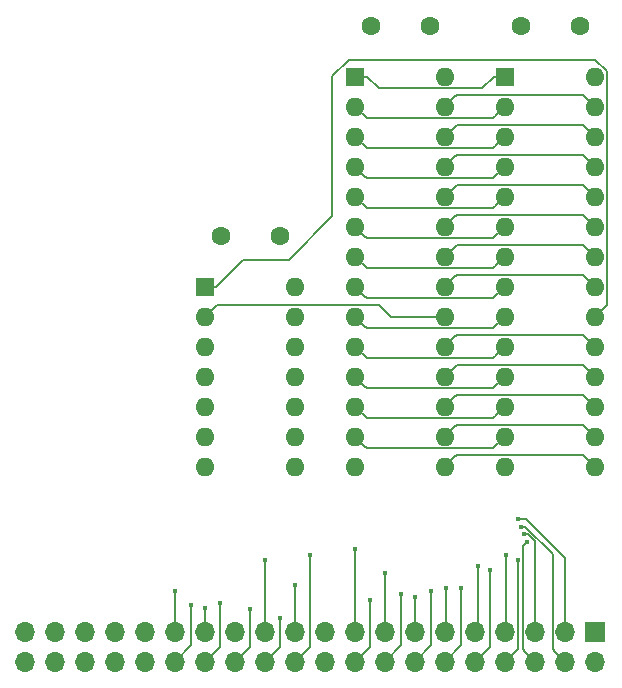
<source format=gbr>
G04 #@! TF.GenerationSoftware,KiCad,Pcbnew,(5.1.0-0)*
G04 #@! TF.CreationDate,2019-10-09T20:03:15-07:00*
G04 #@! TF.ProjectId,RAMCard,52414d43-6172-4642-9e6b-696361645f70,rev?*
G04 #@! TF.SameCoordinates,Original*
G04 #@! TF.FileFunction,Copper,L1,Top*
G04 #@! TF.FilePolarity,Positive*
%FSLAX46Y46*%
G04 Gerber Fmt 4.6, Leading zero omitted, Abs format (unit mm)*
G04 Created by KiCad (PCBNEW (5.1.0-0)) date 2019-10-09 20:03:15*
%MOMM*%
%LPD*%
G04 APERTURE LIST*
%ADD10O,1.700000X1.700000*%
%ADD11R,1.700000X1.700000*%
%ADD12C,1.600000*%
%ADD13O,1.600000X1.600000*%
%ADD14R,1.600000X1.600000*%
%ADD15C,0.450000*%
%ADD16C,0.127000*%
G04 APERTURE END LIST*
D10*
X101600000Y-110490000D03*
X101600000Y-107950000D03*
X104140000Y-110490000D03*
X104140000Y-107950000D03*
X106680000Y-110490000D03*
X106680000Y-107950000D03*
X109220000Y-110490000D03*
X109220000Y-107950000D03*
X111760000Y-110490000D03*
X111760000Y-107950000D03*
X114300000Y-110490000D03*
X114300000Y-107950000D03*
X116840000Y-110490000D03*
X116840000Y-107950000D03*
X119380000Y-110490000D03*
X119380000Y-107950000D03*
X121920000Y-110490000D03*
X121920000Y-107950000D03*
X124460000Y-110490000D03*
X124460000Y-107950000D03*
X127000000Y-110490000D03*
X127000000Y-107950000D03*
X129540000Y-110490000D03*
X129540000Y-107950000D03*
X132080000Y-110490000D03*
X132080000Y-107950000D03*
X134620000Y-110490000D03*
X134620000Y-107950000D03*
X137160000Y-110490000D03*
X137160000Y-107950000D03*
X139700000Y-110490000D03*
X139700000Y-107950000D03*
X142240000Y-110490000D03*
X142240000Y-107950000D03*
X144780000Y-110490000D03*
X144780000Y-107950000D03*
X147320000Y-110490000D03*
X147320000Y-107950000D03*
X149860000Y-110490000D03*
D11*
X149860000Y-107950000D03*
D12*
X118190000Y-74422000D03*
X123190000Y-74422000D03*
D13*
X149860000Y-60960000D03*
X142240000Y-93980000D03*
X149860000Y-63500000D03*
X142240000Y-91440000D03*
X149860000Y-66040000D03*
X142240000Y-88900000D03*
X149860000Y-68580000D03*
X142240000Y-86360000D03*
X149860000Y-71120000D03*
X142240000Y-83820000D03*
X149860000Y-73660000D03*
X142240000Y-81280000D03*
X149860000Y-76200000D03*
X142240000Y-78740000D03*
X149860000Y-78740000D03*
X142240000Y-76200000D03*
X149860000Y-81280000D03*
X142240000Y-73660000D03*
X149860000Y-83820000D03*
X142240000Y-71120000D03*
X149860000Y-86360000D03*
X142240000Y-68580000D03*
X149860000Y-88900000D03*
X142240000Y-66040000D03*
X149860000Y-91440000D03*
X142240000Y-63500000D03*
X149860000Y-93980000D03*
D14*
X142240000Y-60960000D03*
X116840000Y-78740000D03*
D13*
X124460000Y-93980000D03*
X116840000Y-81280000D03*
X124460000Y-91440000D03*
X116840000Y-83820000D03*
X124460000Y-88900000D03*
X116840000Y-86360000D03*
X124460000Y-86360000D03*
X116840000Y-88900000D03*
X124460000Y-83820000D03*
X116840000Y-91440000D03*
X124460000Y-81280000D03*
X116840000Y-93980000D03*
X124460000Y-78740000D03*
X137160000Y-60960000D03*
X129540000Y-93980000D03*
X137160000Y-63500000D03*
X129540000Y-91440000D03*
X137160000Y-66040000D03*
X129540000Y-88900000D03*
X137160000Y-68580000D03*
X129540000Y-86360000D03*
X137160000Y-71120000D03*
X129540000Y-83820000D03*
X137160000Y-73660000D03*
X129540000Y-81280000D03*
X137160000Y-76200000D03*
X129540000Y-78740000D03*
X137160000Y-78740000D03*
X129540000Y-76200000D03*
X137160000Y-81280000D03*
X129540000Y-73660000D03*
X137160000Y-83820000D03*
X129540000Y-71120000D03*
X137160000Y-86360000D03*
X129540000Y-68580000D03*
X137160000Y-88900000D03*
X129540000Y-66040000D03*
X137160000Y-91440000D03*
X129540000Y-63500000D03*
X137160000Y-93980000D03*
D14*
X129540000Y-60960000D03*
D12*
X130890000Y-56642000D03*
X135890000Y-56642000D03*
X143590000Y-56642000D03*
X148590000Y-56642000D03*
D15*
X115697000Y-105664000D03*
X114300000Y-104521000D03*
X118110000Y-105502500D03*
X116840000Y-105918000D03*
X120650000Y-106010500D03*
X123190000Y-106841510D03*
X121920000Y-101854000D03*
X125730000Y-101438490D03*
X124460000Y-104013000D03*
X130810000Y-105248470D03*
X129540000Y-100965000D03*
X133477000Y-104740450D03*
X132049898Y-103031521D03*
X136017000Y-104486440D03*
X134620000Y-104994449D03*
X138557000Y-104232430D03*
X137287000Y-104232430D03*
X140970000Y-102777510D03*
X139954000Y-102362000D03*
X143323989Y-101888510D03*
X142367000Y-101473000D03*
X144145000Y-100330000D03*
X143891000Y-99695000D03*
X143637000Y-99060000D03*
X143383000Y-98425000D03*
D16*
X149060001Y-75400001D02*
X149860000Y-76200000D01*
X148869499Y-75209499D02*
X149060001Y-75400001D01*
X138150501Y-75209499D02*
X148869499Y-75209499D01*
X137160000Y-76200000D02*
X138150501Y-75209499D01*
X115697000Y-109093000D02*
X114300000Y-110490000D01*
X115697000Y-105664000D02*
X115697000Y-109093000D01*
X137959999Y-62700001D02*
X137160000Y-63500000D01*
X138150501Y-62509499D02*
X137959999Y-62700001D01*
X148869499Y-62509499D02*
X138150501Y-62509499D01*
X149860000Y-63500000D02*
X148869499Y-62509499D01*
X114300000Y-104521000D02*
X114300000Y-107950000D01*
X137959999Y-83020001D02*
X137160000Y-83820000D01*
X138150501Y-82829499D02*
X137959999Y-83020001D01*
X148869499Y-82829499D02*
X138150501Y-82829499D01*
X149860000Y-83820000D02*
X148869499Y-82829499D01*
X118110000Y-105502500D02*
X118110000Y-109220000D01*
X118110000Y-109220000D02*
X116840000Y-110490000D01*
X148869499Y-85369499D02*
X149060001Y-85560001D01*
X138150501Y-85369499D02*
X148869499Y-85369499D01*
X149060001Y-85560001D02*
X149860000Y-86360000D01*
X137160000Y-86360000D02*
X138150501Y-85369499D01*
X116840000Y-105918000D02*
X116840000Y-107950000D01*
X137959999Y-88100001D02*
X137160000Y-88900000D01*
X148869499Y-87909499D02*
X138150501Y-87909499D01*
X138150501Y-87909499D02*
X137959999Y-88100001D01*
X149860000Y-88900000D02*
X148869499Y-87909499D01*
X120650000Y-109220000D02*
X119380000Y-110490000D01*
X120650000Y-106010500D02*
X120650000Y-109220000D01*
X137959999Y-90640001D02*
X137160000Y-91440000D01*
X148869499Y-90449499D02*
X138150501Y-90449499D01*
X138150501Y-90449499D02*
X137959999Y-90640001D01*
X149860000Y-91440000D02*
X148869499Y-90449499D01*
X137959999Y-93180001D02*
X137160000Y-93980000D01*
X138150501Y-92989499D02*
X137959999Y-93180001D01*
X148869499Y-92989499D02*
X138150501Y-92989499D01*
X149860000Y-93980000D02*
X148869499Y-92989499D01*
X123190000Y-107159708D02*
X123190000Y-106841510D01*
X121920000Y-110490000D02*
X123190000Y-109220000D01*
X123190000Y-109220000D02*
X123190000Y-107159708D01*
X130339999Y-92239999D02*
X129540000Y-91440000D01*
X130530501Y-92430501D02*
X130339999Y-92239999D01*
X141249499Y-92430501D02*
X130530501Y-92430501D01*
X142240000Y-91440000D02*
X141249499Y-92430501D01*
X121920000Y-101854000D02*
X121920000Y-107950000D01*
X141440001Y-89699999D02*
X142240000Y-88900000D01*
X141249499Y-89890501D02*
X141440001Y-89699999D01*
X130530501Y-89890501D02*
X141249499Y-89890501D01*
X129540000Y-88900000D02*
X130530501Y-89890501D01*
X125730000Y-109220000D02*
X125730000Y-101756688D01*
X124460000Y-110490000D02*
X125730000Y-109220000D01*
X125730000Y-101756688D02*
X125730000Y-101438490D01*
X130339999Y-87159999D02*
X129540000Y-86360000D01*
X141249499Y-87350501D02*
X130530501Y-87350501D01*
X130530501Y-87350501D02*
X130339999Y-87159999D01*
X142240000Y-86360000D02*
X141249499Y-87350501D01*
X124460000Y-104013000D02*
X124460000Y-107950000D01*
X130810000Y-109220000D02*
X129540000Y-110490000D01*
X130810000Y-105248470D02*
X130810000Y-109220000D01*
X120053000Y-76454000D02*
X117767000Y-78740000D01*
X127635000Y-72771000D02*
X123952000Y-76454000D01*
X117767000Y-78740000D02*
X116840000Y-78740000D01*
X127635000Y-60922098D02*
X127635000Y-72771000D01*
X129028569Y-59528529D02*
X127635000Y-60922098D01*
X149894471Y-59528529D02*
X129028569Y-59528529D01*
X150876000Y-60510058D02*
X149894471Y-59528529D01*
X123952000Y-76454000D02*
X120053000Y-76454000D01*
X150876000Y-80264000D02*
X150876000Y-60510058D01*
X149860000Y-81280000D02*
X150876000Y-80264000D01*
X140322499Y-61950501D02*
X141313000Y-60960000D01*
X141313000Y-60960000D02*
X142240000Y-60960000D01*
X130556000Y-60960000D02*
X129540000Y-60960000D01*
X131546501Y-61950501D02*
X130556000Y-60960000D01*
X131546501Y-61950501D02*
X140322499Y-61950501D01*
X129540000Y-107950000D02*
X129540000Y-100965000D01*
X148869499Y-65049499D02*
X149060001Y-65240001D01*
X138150501Y-65049499D02*
X148869499Y-65049499D01*
X149060001Y-65240001D02*
X149860000Y-66040000D01*
X137160000Y-66040000D02*
X138150501Y-65049499D01*
X133477000Y-109093000D02*
X132080000Y-110490000D01*
X133477000Y-104740450D02*
X133477000Y-109093000D01*
X141440001Y-64299999D02*
X142240000Y-63500000D01*
X141249499Y-64490501D02*
X141440001Y-64299999D01*
X130530501Y-64490501D02*
X141249499Y-64490501D01*
X129540000Y-63500000D02*
X130530501Y-64490501D01*
X132080000Y-103061623D02*
X132049898Y-103031521D01*
X132080000Y-107950000D02*
X132080000Y-103061623D01*
X137959999Y-72860001D02*
X137160000Y-73660000D01*
X138150501Y-72669499D02*
X137959999Y-72860001D01*
X148869499Y-72669499D02*
X138150501Y-72669499D01*
X149860000Y-73660000D02*
X148869499Y-72669499D01*
X136017000Y-109093000D02*
X134620000Y-110490000D01*
X136017000Y-104486440D02*
X136017000Y-109093000D01*
X137959999Y-77940001D02*
X137160000Y-78740000D01*
X138150501Y-77749499D02*
X137959999Y-77940001D01*
X148869499Y-77749499D02*
X138150501Y-77749499D01*
X149860000Y-78740000D02*
X148869499Y-77749499D01*
X134620000Y-107950000D02*
X134620000Y-104994449D01*
X138150501Y-70129499D02*
X148869499Y-70129499D01*
X149060001Y-70320001D02*
X149860000Y-71120000D01*
X148869499Y-70129499D02*
X149060001Y-70320001D01*
X137160000Y-71120000D02*
X138150501Y-70129499D01*
X138557000Y-109093000D02*
X137160000Y-110490000D01*
X138557000Y-104232430D02*
X138557000Y-109093000D01*
X137959999Y-67780001D02*
X137160000Y-68580000D01*
X138150501Y-67589499D02*
X137959999Y-67780001D01*
X148869499Y-67589499D02*
X138150501Y-67589499D01*
X149860000Y-68580000D02*
X148869499Y-67589499D01*
X137287000Y-107823000D02*
X137160000Y-107950000D01*
X137287000Y-104232430D02*
X137287000Y-107823000D01*
X141440001Y-66839999D02*
X142240000Y-66040000D01*
X141249499Y-67030501D02*
X141440001Y-66839999D01*
X130530501Y-67030501D02*
X141249499Y-67030501D01*
X129540000Y-66040000D02*
X130530501Y-67030501D01*
X139700000Y-110490000D02*
X140970000Y-109220000D01*
X140970000Y-109220000D02*
X140970000Y-103095708D01*
X140970000Y-103095708D02*
X140970000Y-102777510D01*
X130530501Y-69570501D02*
X130339999Y-69379999D01*
X130339999Y-69379999D02*
X129540000Y-68580000D01*
X141249499Y-69570501D02*
X130530501Y-69570501D01*
X142240000Y-68580000D02*
X141249499Y-69570501D01*
X139954000Y-107696000D02*
X139700000Y-107950000D01*
X139954000Y-102362000D02*
X139954000Y-107696000D01*
X141440001Y-71919999D02*
X142240000Y-71120000D01*
X141249499Y-72110501D02*
X141440001Y-71919999D01*
X130530501Y-72110501D02*
X141249499Y-72110501D01*
X129540000Y-71120000D02*
X130530501Y-72110501D01*
X143323989Y-102206708D02*
X143323989Y-101888510D01*
X142240000Y-110490000D02*
X143323989Y-109406011D01*
X143323989Y-109406011D02*
X143323989Y-102206708D01*
X130530501Y-74650501D02*
X130339999Y-74459999D01*
X130339999Y-74459999D02*
X129540000Y-73660000D01*
X141249499Y-74650501D02*
X130530501Y-74650501D01*
X142240000Y-73660000D02*
X141249499Y-74650501D01*
X142367000Y-107823000D02*
X142240000Y-107950000D01*
X142367000Y-101473000D02*
X142367000Y-107823000D01*
X141249499Y-77190501D02*
X141440001Y-76999999D01*
X141440001Y-76999999D02*
X142240000Y-76200000D01*
X130530501Y-77190501D02*
X141249499Y-77190501D01*
X129540000Y-76200000D02*
X130530501Y-77190501D01*
X143739499Y-100735501D02*
X143739499Y-109449499D01*
X144145000Y-100330000D02*
X143739499Y-100735501D01*
X143739499Y-109449499D02*
X143930001Y-109640001D01*
X143930001Y-109640001D02*
X144780000Y-110490000D01*
X130339999Y-79539999D02*
X129540000Y-78740000D01*
X130530501Y-79730501D02*
X130339999Y-79539999D01*
X141249499Y-79730501D02*
X130530501Y-79730501D01*
X142240000Y-78740000D02*
X141249499Y-79730501D01*
X144780000Y-100265802D02*
X144780000Y-106747919D01*
X144209198Y-99695000D02*
X144780000Y-100265802D01*
X144780000Y-106747919D02*
X144780000Y-107950000D01*
X143891000Y-99695000D02*
X144209198Y-99695000D01*
X130339999Y-82079999D02*
X129540000Y-81280000D01*
X130530501Y-82270501D02*
X130339999Y-82079999D01*
X141249499Y-82270501D02*
X130530501Y-82270501D01*
X142240000Y-81280000D02*
X141249499Y-82270501D01*
X146470001Y-109640001D02*
X147320000Y-110490000D01*
X146279499Y-109449499D02*
X146470001Y-109640001D01*
X146279499Y-101384301D02*
X146279499Y-109449499D01*
X143955198Y-99060000D02*
X146279499Y-101384301D01*
X143637000Y-99060000D02*
X143955198Y-99060000D01*
X141440001Y-84619999D02*
X142240000Y-83820000D01*
X130530501Y-84810501D02*
X141249499Y-84810501D01*
X141249499Y-84810501D02*
X141440001Y-84619999D01*
X129540000Y-83820000D02*
X130530501Y-84810501D01*
X147320000Y-101727000D02*
X147320000Y-107950000D01*
X144018000Y-98425000D02*
X147320000Y-101727000D01*
X143383000Y-98425000D02*
X144018000Y-98425000D01*
X132588000Y-81280000D02*
X137160000Y-81280000D01*
X131572000Y-80264000D02*
X132588000Y-81280000D01*
X117856000Y-80264000D02*
X131572000Y-80264000D01*
X116840000Y-81280000D02*
X117856000Y-80264000D01*
M02*

</source>
